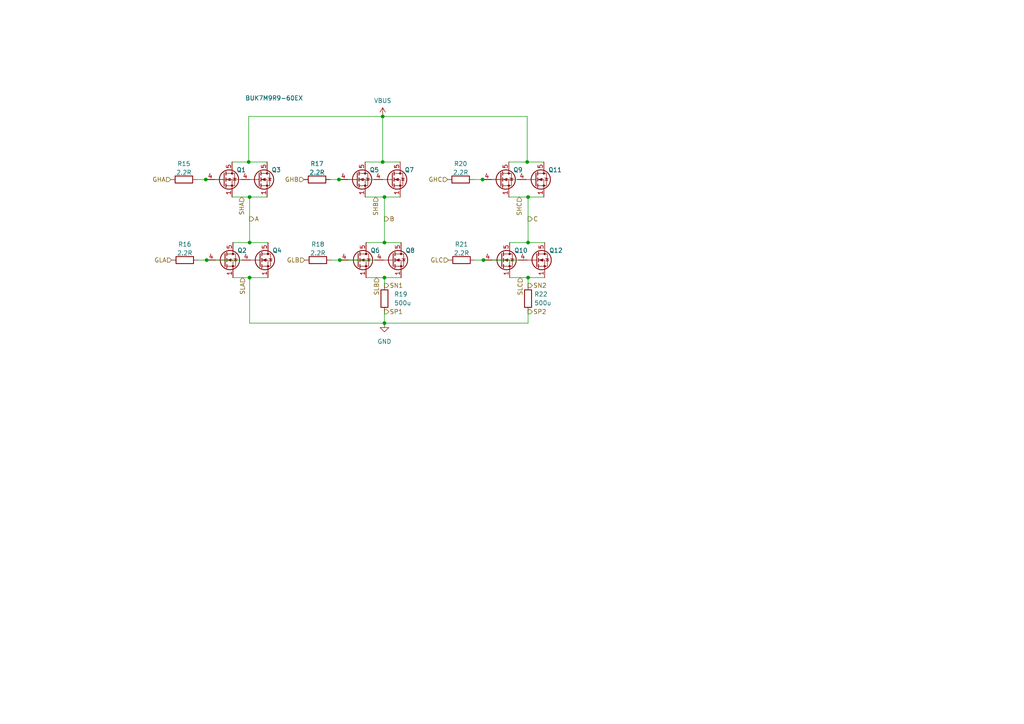
<source format=kicad_sch>
(kicad_sch (version 20211123) (generator eeschema)
  (paper "A4")
  (lib_symbols
    (symbol "Device:R" (pin_numbers hide) (pin_names (offset 0))
      (property "Reference" "R" (at 2.032 0 90))
      (property "Value" "R" (at 0 0 90))
      (symbol "R_0_1"
        (rectangle (start -1.016 -2.54) (end 1.016 2.54) (stroke (width 0.254)))
      )
      (symbol "R_1_1"
        (pin passive line (at 0 3.81 270) (length 1.27) (name "~") (number "1"))
        (pin passive line (at 0 -3.81 90) (length 1.27) (name "~") (number "2"))
      )
    )
    (symbol "Transistor_FET:BUK7M9R9-60EX" (pin_names hide)
      (property "Reference" "Q" (at 5.08 1.905 0))
      (property "Value" "BUK7M9R9-60EX" (at 5.08 0 0))
      (symbol "BUK7M9R9-60EX_0_1"
        (polyline (pts (xy 0.254 0) (xy -2.54 0)))
        (polyline (pts (xy 0.254 1.905) (xy 0.254 -1.905)) (stroke (width 0.254)))
        (polyline (pts (xy 0.762 -1.27) (xy 0.762 -2.286)) (stroke (width 0.254)))
        (polyline (pts (xy 0.762 0.508) (xy 0.762 -0.508)) (stroke (width 0.254)))
        (polyline (pts (xy 0.762 2.286) (xy 0.762 1.27)) (stroke (width 0.254)))
        (polyline (pts (xy 2.54 2.54) (xy 2.54 1.778)))
        (polyline (pts (xy 2.54 -2.54) (xy 2.54 0) (xy 0.762 0)))
        (polyline (pts (xy 0.762 -1.778) (xy 3.302 -1.778) (xy 3.302 1.778) (xy 0.762 1.778)))
        (polyline (pts (xy 1.016 0) (xy 2.032 0.381) (xy 2.032 -0.381) (xy 1.016 0)) (fill (type outline)))
        (polyline (pts (xy 2.794 0.508) (xy 2.921 0.381) (xy 3.683 0.381) (xy 3.81 0.254)))
        (polyline (pts (xy 3.302 0.381) (xy 2.921 -0.254) (xy 3.683 -0.254) (xy 3.302 0.381)))
        (circle (center 1.651 0) (radius 2.794) (stroke (width 0.254)))
        (circle (center 2.54 -1.778) (radius 0.254) (fill (type outline)))
        (circle (center 2.54 1.778) (radius 0.254) (fill (type outline)))
      )
      (symbol "BUK7M9R9-60EX_1_1"
        (pin passive line (at 2.54 -5.08 90) (length 2.54) (name "S") (number "1"))
        (pin passive line (at 2.54 -5.08 90) (length 2.54) hide (name "S") (number "2"))
        (pin passive line (at 2.54 -5.08 90) (length 2.54) hide (name "S") (number "3"))
        (pin passive line (at -5.08 0 0) (length 2.54) (name "G") (number "4"))
        (pin passive line (at 2.54 5.08 270) (length 2.54) (name "D") (number "5"))
      )
    )
    (symbol "power:GND" (power) (pin_names (offset 0))
      (property "Value" "GND" (at 0 -3.81 0))
      (symbol "GND_0_1"
        (polyline (pts (xy 0 0) (xy 0 -1.27) (xy 1.27 -1.27) (xy 0 -2.54) (xy -1.27 -1.27) (xy 0 -1.27)))
      )
      (symbol "GND_1_1"
        (pin power_in line (at 0 0 270) (length 0) hide (name "GND") (number "1"))
      )
    )
    (symbol "power:VBUS" (power) (pin_names (offset 0))
      (property "Value" "VBUS" (at 0 3.81 0))
      (symbol "VBUS_0_1"
        (polyline (pts (xy -0.762 1.27) (xy 0 2.54)))
        (polyline (pts (xy 0 0) (xy 0 2.54)))
        (polyline (pts (xy 0 2.54) (xy 0.762 1.27)))
      )
      (symbol "VBUS_1_1"
        (pin power_in line (at 0 0 90) (length 0) hide (name "VBUS") (number "1"))
      )
    )
  )
  (junction (at 139.954 52.07))
  (junction (at 140.208 75.438))
  (junction (at 72.39 70.358))
  (junction (at 111.506 57.15))
  (junction (at 59.69 52.07))
  (junction (at 110.998 33.782))
  (junction (at 98.298 52.07))
  (junction (at 152.908 46.99))
  (junction (at 111.506 70.358))
  (junction (at 72.39 57.15))
  (junction (at 111.506 80.518))
  (junction (at 153.162 70.358))
  (junction (at 72.39 80.518))
  (junction (at 98.552 75.438))
  (junction (at 153.162 57.15))
  (junction (at 111.506 93.726))
  (junction (at 59.944 75.438))
  (junction (at 110.998 46.99))
  (junction (at 153.162 80.518))
  (junction (at 72.136 46.99))
  (wire (pts (xy 72.39 80.518) (xy 72.39 93.726)))
  (wire (pts (xy 59.944 75.438) (xy 70.104 75.438)))
  (wire (pts (xy 106.172 80.518) (xy 111.506 80.518)))
  (wire (pts (xy 139.954 52.07) (xy 150.114 52.07)))
  (wire (pts (xy 57.15 52.07) (xy 59.69 52.07)))
  (wire (pts (xy 59.69 52.07) (xy 69.85 52.07)))
  (wire (pts (xy 110.998 46.99) (xy 116.078 46.99)))
  (wire (pts (xy 72.39 70.358) (xy 77.724 70.358)))
  (wire (pts (xy 137.668 75.438) (xy 140.208 75.438)))
  (wire (pts (xy 152.908 46.99) (xy 152.908 33.782)))
  (wire (pts (xy 111.506 93.726) (xy 153.162 93.726)))
  (wire (pts (xy 153.162 57.15) (xy 157.734 57.15)))
  (wire (pts (xy 153.162 80.518) (xy 153.162 82.804)))
  (wire (pts (xy 57.404 75.438) (xy 59.944 75.438)))
  (wire (pts (xy 110.998 46.99) (xy 110.998 33.782)))
  (wire (pts (xy 72.39 93.726) (xy 111.506 93.726)))
  (wire (pts (xy 111.506 80.518) (xy 116.332 80.518)))
  (wire (pts (xy 67.564 80.518) (xy 72.39 80.518)))
  (wire (pts (xy 67.564 70.358) (xy 72.39 70.358)))
  (wire (pts (xy 111.506 57.15) (xy 111.506 70.358)))
  (wire (pts (xy 111.506 57.15) (xy 116.078 57.15)))
  (wire (pts (xy 105.918 46.99) (xy 110.998 46.99)))
  (wire (pts (xy 153.162 57.15) (xy 153.162 70.358)))
  (wire (pts (xy 147.828 80.518) (xy 153.162 80.518)))
  (wire (pts (xy 106.172 70.358) (xy 111.506 70.358)))
  (wire (pts (xy 72.136 33.782) (xy 72.136 46.99)))
  (wire (pts (xy 153.162 80.518) (xy 157.988 80.518)))
  (wire (pts (xy 140.208 75.438) (xy 150.368 75.438)))
  (wire (pts (xy 72.136 46.99) (xy 77.47 46.99)))
  (wire (pts (xy 98.298 52.07) (xy 108.458 52.07)))
  (wire (pts (xy 95.758 52.07) (xy 98.298 52.07)))
  (wire (pts (xy 153.162 70.358) (xy 157.988 70.358)))
  (wire (pts (xy 98.552 75.438) (xy 108.712 75.438)))
  (wire (pts (xy 152.908 46.99) (xy 157.734 46.99)))
  (wire (pts (xy 137.414 52.07) (xy 139.954 52.07)))
  (wire (pts (xy 105.918 57.15) (xy 111.506 57.15)))
  (wire (pts (xy 111.506 80.518) (xy 111.506 82.804)))
  (wire (pts (xy 67.31 46.99) (xy 72.136 46.99)))
  (wire (pts (xy 147.574 57.15) (xy 153.162 57.15)))
  (wire (pts (xy 72.39 57.15) (xy 77.47 57.15)))
  (wire (pts (xy 96.012 75.438) (xy 98.552 75.438)))
  (wire (pts (xy 72.39 80.518) (xy 77.724 80.518)))
  (wire (pts (xy 147.574 46.99) (xy 152.908 46.99)))
  (wire (pts (xy 110.998 33.782) (xy 72.136 33.782)))
  (wire (pts (xy 67.31 57.15) (xy 72.39 57.15)))
  (wire (pts (xy 111.506 90.424) (xy 111.506 93.726)))
  (wire (pts (xy 72.39 57.15) (xy 72.39 70.358)))
  (wire (pts (xy 153.162 90.424) (xy 153.162 93.726)))
  (wire (pts (xy 111.506 70.358) (xy 116.332 70.358)))
  (wire (pts (xy 147.828 70.358) (xy 153.162 70.358)))
  (wire (pts (xy 110.998 33.782) (xy 152.908 33.782)))
  (hierarchical_label "SHB" (shape input) (at 108.966 57.15 270))
  (hierarchical_label "GHC" (shape input) (at 129.794 52.07 180))
  (hierarchical_label "SHA" (shape input) (at 70.104 57.15 270))
  (hierarchical_label "SLB" (shape input) (at 109.22 80.518 270))
  (hierarchical_label "GLA" (shape input) (at 49.784 75.438 180))
  (hierarchical_label "SN1" (shape output) (at 111.506 82.804 0))
  (hierarchical_label "SHC" (shape input) (at 150.622 57.15 270))
  (hierarchical_label "B" (shape output) (at 111.506 63.5 0))
  (hierarchical_label "GLC" (shape input) (at 130.048 75.438 180))
  (hierarchical_label "SLC" (shape input) (at 150.876 80.518 270))
  (hierarchical_label "SLA" (shape input) (at 70.358 80.518 270))
  (hierarchical_label "SP2" (shape output) (at 153.162 90.424 0))
  (hierarchical_label "GHB" (shape input) (at 88.138 52.07 180))
  (hierarchical_label "GLB" (shape input) (at 88.392 75.438 180))
  (hierarchical_label "SN2" (shape output) (at 153.162 82.804 0))
  (hierarchical_label "GHA" (shape input) (at 49.53 52.07 180))
  (hierarchical_label "A" (shape output) (at 72.39 63.5 0))
  (hierarchical_label "SP1" (shape output) (at 111.506 90.424 0))
  (hierarchical_label "C" (shape output) (at 153.162 63.5 0))
  (symbol (lib_id "Device:R") (at 133.858 75.438 90) (unit 1)
    (property "Reference" "R21" (at 133.858 70.866 90))
    (property "Value" "2.2R" (at 133.858 73.406 90))
    (property "Footprint" "Resistor_SMD:R_0402_1005Metric" (effects hide))
  )
  (symbol (lib_id "Transistor_FET:BUK7M9R9-60EX") (at 103.632 75.438 0) (unit 1)
    (property "Reference" "Q6" (at 107.442 72.644 0) (effects (justify left)))
    (property "Value" "BUK7M9R9-60EX" (effects hide))
    (property "Footprint" "Package_TO_SOT_SMD:LFPAK33" (effects hide))
    (property "Datasheet" "https://assets.nexperia.com/documents/data-sheet/BUK7M9R9-60E.pdf" (effects hide))
  )
  (symbol (lib_id "Device:R") (at 92.202 75.438 90) (unit 1)
    (property "Reference" "R18" (at 92.202 70.866 90))
    (property "Value" "2.2R" (at 92.202 73.406 90))
    (property "Footprint" "Resistor_SMD:R_0402_1005Metric" (effects hide))
  )
  (symbol (lib_id "Transistor_FET:BUK7M9R9-60EX") (at 65.024 75.438 0) (unit 1)
    (property "Reference" "Q2" (at 68.834 72.644 0) (effects (justify left)))
    (property "Value" "BUK7M9R9-60EX" (effects hide))
    (property "Footprint" "Package_TO_SOT_SMD:LFPAK33" (effects hide))
    (property "Datasheet" "https://assets.nexperia.com/documents/data-sheet/BUK7M9R9-60E.pdf" (effects hide))
  )
  (symbol (lib_id "Transistor_FET:BUK7M9R9-60EX") (at 155.448 75.438 0) (unit 1)
    (property "Reference" "Q12" (at 159.258 72.644 0) (effects (justify left)))
    (property "Value" "BUK7M9R9-60EX" (effects hide))
    (property "Footprint" "Package_TO_SOT_SMD:LFPAK33" (effects hide))
    (property "Datasheet" "https://assets.nexperia.com/documents/data-sheet/BUK7M9R9-60E.pdf" (effects hide))
  )
  (symbol (lib_id "Device:R") (at 133.604 52.07 90) (unit 1)
    (property "Reference" "R20" (at 133.604 47.498 90))
    (property "Value" "2.2R" (at 133.604 50.038 90))
    (property "Footprint" "Resistor_SMD:R_0402_1005Metric" (effects hide))
  )
  (symbol (lib_id "Device:R") (at 111.506 86.614 0) (unit 1)
    (property "Reference" "R19" (at 114.3 85.3439 0) (effects (justify left)))
    (property "Value" "500u" (at 114.3 87.8839 0) (effects (justify left)))
    (property "Footprint" "Resistor_SMD:R_2010_5025Metric" (effects hide))
  )
  (symbol (lib_id "Device:R") (at 91.948 52.07 90) (unit 1)
    (property "Reference" "R17" (at 91.948 47.498 90))
    (property "Value" "2.2R" (at 91.948 50.038 90))
    (property "Footprint" "Resistor_SMD:R_0402_1005Metric" (effects hide))
  )
  (symbol (lib_id "Device:R") (at 53.594 75.438 90) (unit 1)
    (property "Reference" "R16" (at 53.594 70.866 90))
    (property "Value" "2.2R" (at 53.594 73.406 90))
    (property "Footprint" "Resistor_SMD:R_0402_1005Metric" (effects hide))
  )
  (symbol (lib_id "Transistor_FET:BUK7M9R9-60EX") (at 113.538 52.07 0) (unit 1)
    (property "Reference" "Q7" (at 117.348 49.276 0) (effects (justify left)))
    (property "Value" "BUK7M9R9-60EX" (effects hide))
    (property "Footprint" "Package_TO_SOT_SMD:LFPAK33" (effects hide))
    (property "Datasheet" "https://assets.nexperia.com/documents/data-sheet/BUK7M9R9-60E.pdf" (effects hide))
  )
  (symbol (lib_id "Transistor_FET:BUK7M9R9-60EX") (at 113.792 75.438 0) (unit 1)
    (property "Reference" "Q8" (at 117.602 72.644 0) (effects (justify left)))
    (property "Value" "BUK7M9R9-60EX" (effects hide))
    (property "Footprint" "Package_TO_SOT_SMD:LFPAK33" (effects hide))
    (property "Datasheet" "https://assets.nexperia.com/documents/data-sheet/BUK7M9R9-60E.pdf" (effects hide))
  )
  (symbol (lib_id "Device:R") (at 53.34 52.07 90) (unit 1)
    (property "Reference" "R15" (at 53.34 47.498 90))
    (property "Value" "2.2R" (at 53.34 50.038 90))
    (property "Footprint" "Resistor_SMD:R_0402_1005Metric" (effects hide))
  )
  (symbol (lib_id "power:GND") (at 111.506 93.726 0) (unit 1)
    (property "Reference" "#PWR059" (effects hide))
    (property "Value" "GND" (at 111.506 99.06 0))
  )
  (symbol (lib_id "Transistor_FET:BUK7M9R9-60EX") (at 103.378 52.07 0) (unit 1)
    (property "Reference" "Q5" (at 107.188 49.276 0) (effects (justify left)))
    (property "Value" "BUK7M9R9-60EX" (effects hide))
    (property "Footprint" "Package_TO_SOT_SMD:LFPAK33" (effects hide))
    (property "Datasheet" "https://assets.nexperia.com/documents/data-sheet/BUK7M9R9-60E.pdf" (effects hide))
  )
  (symbol (lib_id "Transistor_FET:BUK7M9R9-60EX") (at 75.184 75.438 0) (unit 1)
    (property "Reference" "Q4" (at 78.994 72.644 0) (effects (justify left)))
    (property "Value" "BUK7M9R9-60EX" (effects hide))
    (property "Footprint" "Package_TO_SOT_SMD:LFPAK33" (effects hide))
    (property "Datasheet" "https://assets.nexperia.com/documents/data-sheet/BUK7M9R9-60E.pdf" (effects hide))
  )
  (symbol (lib_id "Transistor_FET:BUK7M9R9-60EX") (at 64.77 52.07 0) (unit 1)
    (property "Reference" "Q1" (at 68.58 49.276 0) (effects (justify left)))
    (property "Value" "BUK7M9R9-60EX" (at 71.12 28.448 0) (effects (justify left)))
    (property "Footprint" "Package_TO_SOT_SMD:LFPAK33" (effects hide))
    (property "Datasheet" "https://assets.nexperia.com/documents/data-sheet/BUK7M9R9-60E.pdf" (effects hide))
  )
  (symbol (lib_id "Transistor_FET:BUK7M9R9-60EX") (at 74.93 52.07 0) (unit 1)
    (property "Reference" "Q3" (at 78.74 49.276 0) (effects (justify left)))
    (property "Value" "BUK7M9R9-60EX" (effects hide))
    (property "Footprint" "Package_TO_SOT_SMD:LFPAK33" (effects hide))
    (property "Datasheet" "https://assets.nexperia.com/documents/data-sheet/BUK7M9R9-60E.pdf" (effects hide))
  )
  (symbol (lib_id "power:VBUS") (at 110.998 33.782 0) (unit 1)
    (property "Reference" "#PWR058" (effects hide))
    (property "Value" "VBUS" (at 110.998 29.21 0))
  )
  (symbol (lib_id "Transistor_FET:BUK7M9R9-60EX") (at 145.288 75.438 0) (unit 1)
    (property "Reference" "Q10" (at 149.098 72.644 0) (effects (justify left)))
    (property "Value" "BUK7M9R9-60EX" (effects hide))
    (property "Footprint" "Package_TO_SOT_SMD:LFPAK33" (effects hide))
    (property "Datasheet" "https://assets.nexperia.com/documents/data-sheet/BUK7M9R9-60E.pdf" (effects hide))
  )
  (symbol (lib_id "Transistor_FET:BUK7M9R9-60EX") (at 145.034 52.07 0) (unit 1)
    (property "Reference" "Q9" (at 148.844 49.276 0) (effects (justify left)))
    (property "Value" "BUK7M9R9-60EX" (effects hide))
    (property "Footprint" "Package_TO_SOT_SMD:LFPAK33" (effects hide))
    (property "Datasheet" "https://assets.nexperia.com/documents/data-sheet/BUK7M9R9-60E.pdf" (effects hide))
  )
  (symbol (lib_id "Transistor_FET:BUK7M9R9-60EX") (at 155.194 52.07 0) (unit 1)
    (property "Reference" "Q11" (at 159.004 49.276 0) (effects (justify left)))
    (property "Value" "BUK7M9R9-60EX" (effects hide))
    (property "Footprint" "Package_TO_SOT_SMD:LFPAK33" (effects hide))
    (property "Datasheet" "https://assets.nexperia.com/documents/data-sheet/BUK7M9R9-60E.pdf" (effects hide))
  )
  (symbol (lib_id "Device:R") (at 153.162 86.614 0) (unit 1)
    (property "Reference" "R22" (at 154.94 85.3439 0) (effects (justify left)))
    (property "Value" "500u" (at 154.94 87.8839 0) (effects (justify left)))
    (property "Footprint" "Resistor_SMD:R_2010_5025Metric" (effects hide))
  )
)
</source>
